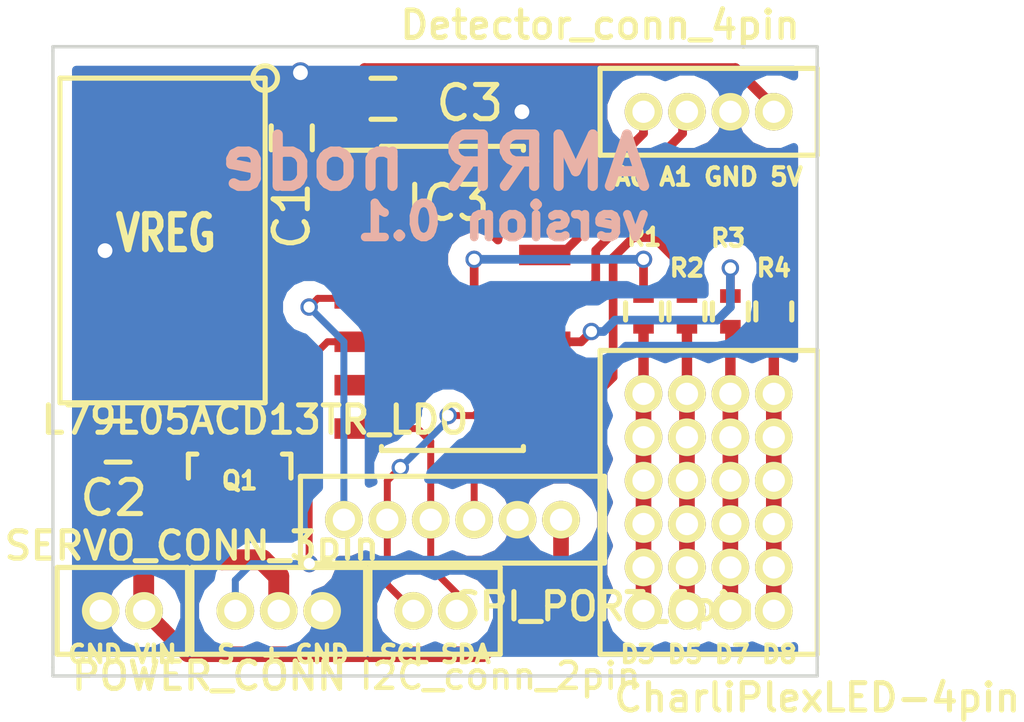
<source format=kicad_pcb>
(kicad_pcb (version 4) (host pcbnew "(2014-12-04 BZR 5312)-product")

  (general
    (links 59)
    (no_connects 18)
    (area 118.410333 27.733 148.746811 49.67)
    (thickness 1.6)
    (drawings 16)
    (tracks 130)
    (zones 0)
    (modules 16)
    (nets 22)
  )

  (page A4)
  (layers
    (0 F.Cu signal)
    (31 B.Cu signal)
    (32 B.Adhes user)
    (33 F.Adhes user)
    (34 B.Paste user)
    (35 F.Paste user)
    (36 B.SilkS user hide)
    (37 F.SilkS user)
    (38 B.Mask user)
    (39 F.Mask user)
    (40 Dwgs.User user hide)
    (41 Cmts.User user hide)
    (42 Eco1.User user hide)
    (43 Eco2.User user hide)
    (44 Edge.Cuts user)
    (45 Margin user)
    (46 B.CrtYd user)
    (47 F.CrtYd user)
    (48 B.Fab user)
    (49 F.Fab user)
  )

  (setup
    (last_trace_width 0.254)
    (user_trace_width 0.1524)
    (user_trace_width 0.2032)
    (user_trace_width 0.254)
    (user_trace_width 0.3048)
    (user_trace_width 0.4572)
    (user_trace_width 0.6096)
    (trace_clearance 0.254)
    (zone_clearance 0.508)
    (zone_45_only no)
    (trace_min 0.1524)
    (segment_width 0.2)
    (edge_width 0.1)
    (via_size 0.889)
    (via_drill 0.635)
    (via_min_size 0.508)
    (via_min_drill 0.3302)
    (user_via 0.508 0.3302)
    (user_via 0.6096 0.4318)
    (uvia_size 0.508)
    (uvia_drill 0.127)
    (uvias_allowed no)
    (uvia_min_size 0.508)
    (uvia_min_drill 0.127)
    (pcb_text_width 0.3)
    (pcb_text_size 1.5 1.5)
    (mod_edge_width 0.15)
    (mod_text_size 1 1)
    (mod_text_width 0.15)
    (pad_size 1.1 1.1)
    (pad_drill 0.65)
    (pad_to_mask_clearance 0)
    (aux_axis_origin 0 0)
    (grid_origin 126.746 41.402)
    (visible_elements 7FFEF77F)
    (pcbplotparams
      (layerselection 0x010f0_80000001)
      (usegerberextensions true)
      (excludeedgelayer true)
      (linewidth 0.100000)
      (plotframeref false)
      (viasonmask false)
      (mode 1)
      (useauxorigin false)
      (hpglpennumber 1)
      (hpglpenspeed 20)
      (hpglpendiameter 15)
      (hpglpenoverlay 2)
      (psnegative false)
      (psa4output false)
      (plotreference true)
      (plotvalue false)
      (plotinvisibletext false)
      (padsonsilk false)
      (subtractmaskfromsilk false)
      (outputformat 1)
      (mirror false)
      (drillshape 0)
      (scaleselection 1)
      (outputdirectory C:/KiCad/Projects/AMRR/Node/Gerber))
  )

  (net 0 "")
  (net 1 +5V)
  (net 2 GND)
  (net 3 SDA)
  (net 4 SCL)
  (net 5 VIN)
  (net 6 CP1)
  (net 7 CP2)
  (net 8 CP3)
  (net 9 CP4)
  (net 10 A0)
  (net 11 A1)
  (net 12 "Net-(IC1-Pad4)")
  (net 13 "Net-(IC3-Pad2)")
  (net 14 SERVO_POWER)
  (net 15 RESET)
  (net 16 SERVO_SIGNAL)
  (net 17 SERVO_POSITIVE)
  (net 18 "Net-(IC2-Pad1)")
  (net 19 "Net-(IC2-Pad2)")
  (net 20 "Net-(IC2-Pad3)")
  (net 21 "Net-(IC2-Pad4)")

  (net_class Default "This is the default net class."
    (clearance 0.254)
    (trace_width 0.254)
    (via_dia 0.889)
    (via_drill 0.635)
    (uvia_dia 0.508)
    (uvia_drill 0.127)
    (add_net +5V)
    (add_net A0)
    (add_net A1)
    (add_net CP1)
    (add_net CP2)
    (add_net CP3)
    (add_net CP4)
    (add_net GND)
    (add_net "Net-(IC1-Pad4)")
    (add_net "Net-(IC2-Pad1)")
    (add_net "Net-(IC2-Pad2)")
    (add_net "Net-(IC2-Pad3)")
    (add_net "Net-(IC2-Pad4)")
    (add_net "Net-(IC3-Pad2)")
    (add_net RESET)
    (add_net SCL)
    (add_net SDA)
    (add_net SERVO_POSITIVE)
    (add_net SERVO_POWER)
    (add_net SERVO_SIGNAL)
    (add_net VIN)
  )

  (module Capacitors_SMD:C_0603 (layer F.Cu) (tedit 5515708D) (tstamp 550C62A4)
    (at 127.127 32.258 90)
    (descr "Capacitor SMD 0603, reflow soldering, AVX (see smccp.pdf)")
    (tags "capacitor 0603")
    (path /550C4541)
    (attr smd)
    (fp_text reference C1 (at -2.286 0 90) (layer F.SilkS)
      (effects (font (size 1 1) (thickness 0.15)))
    )
    (fp_text value 0.33uF (at 0 1.9 90) (layer F.Fab)
      (effects (font (size 1 1) (thickness 0.15)))
    )
    (fp_line (start -1.45 -0.75) (end 1.45 -0.75) (layer F.CrtYd) (width 0.05))
    (fp_line (start -1.45 0.75) (end 1.45 0.75) (layer F.CrtYd) (width 0.05))
    (fp_line (start -1.45 -0.75) (end -1.45 0.75) (layer F.CrtYd) (width 0.05))
    (fp_line (start 1.45 -0.75) (end 1.45 0.75) (layer F.CrtYd) (width 0.05))
    (fp_line (start -0.35 -0.6) (end 0.35 -0.6) (layer F.SilkS) (width 0.15))
    (fp_line (start 0.35 0.6) (end -0.35 0.6) (layer F.SilkS) (width 0.15))
    (pad 1 smd rect (at -0.75 0 90) (size 0.8 0.75) (layers F.Cu F.Paste F.Mask)
      (net 1 +5V))
    (pad 2 smd rect (at 0.75 0 90) (size 0.8 0.75) (layers F.Cu F.Paste F.Mask)
      (net 2 GND))
    (model Capacitors_SMD.3dshapes/C_0603.wrl
      (at (xyz 0 0 0))
      (scale (xyz 1 1 1))
      (rotate (xyz 0 0 0))
    )
  )

  (module Capacitors_SMD:C_0603 (layer F.Cu) (tedit 551570DE) (tstamp 550C62AA)
    (at 122.047 41.148 180)
    (descr "Capacitor SMD 0603, reflow soldering, AVX (see smccp.pdf)")
    (tags "capacitor 0603")
    (path /550C4566)
    (attr smd)
    (fp_text reference C2 (at 0.127 -1.651 180) (layer F.SilkS)
      (effects (font (size 1 1) (thickness 0.15)))
    )
    (fp_text value 0.1uF (at 0 1.9 180) (layer F.Fab)
      (effects (font (size 1 1) (thickness 0.15)))
    )
    (fp_line (start -1.45 -0.75) (end 1.45 -0.75) (layer F.CrtYd) (width 0.05))
    (fp_line (start -1.45 0.75) (end 1.45 0.75) (layer F.CrtYd) (width 0.05))
    (fp_line (start -1.45 -0.75) (end -1.45 0.75) (layer F.CrtYd) (width 0.05))
    (fp_line (start 1.45 -0.75) (end 1.45 0.75) (layer F.CrtYd) (width 0.05))
    (fp_line (start -0.35 -0.6) (end 0.35 -0.6) (layer F.SilkS) (width 0.15))
    (fp_line (start 0.35 0.6) (end -0.35 0.6) (layer F.SilkS) (width 0.15))
    (pad 1 smd rect (at -0.75 0 180) (size 0.8 0.75) (layers F.Cu F.Paste F.Mask)
      (net 5 VIN))
    (pad 2 smd rect (at 0.75 0 180) (size 0.8 0.75) (layers F.Cu F.Paste F.Mask)
      (net 2 GND))
    (model Capacitors_SMD.3dshapes/C_0603.wrl
      (at (xyz 0 0 0))
      (scale (xyz 1 1 1))
      (rotate (xyz 0 0 0))
    )
  )

  (module Capacitors_SMD:C_0603 (layer F.Cu) (tedit 551570D6) (tstamp 550C62B0)
    (at 129.794 31.115)
    (descr "Capacitor SMD 0603, reflow soldering, AVX (see smccp.pdf)")
    (tags "capacitor 0603")
    (path /550B1A0D)
    (attr smd)
    (fp_text reference C3 (at 2.54 0.127) (layer F.SilkS)
      (effects (font (size 1 1) (thickness 0.15)))
    )
    (fp_text value C (at 0 1.9) (layer F.Fab)
      (effects (font (size 1 1) (thickness 0.15)))
    )
    (fp_line (start -1.45 -0.75) (end 1.45 -0.75) (layer F.CrtYd) (width 0.05))
    (fp_line (start -1.45 0.75) (end 1.45 0.75) (layer F.CrtYd) (width 0.05))
    (fp_line (start -1.45 -0.75) (end -1.45 0.75) (layer F.CrtYd) (width 0.05))
    (fp_line (start 1.45 -0.75) (end 1.45 0.75) (layer F.CrtYd) (width 0.05))
    (fp_line (start -0.35 -0.6) (end 0.35 -0.6) (layer F.SilkS) (width 0.15))
    (fp_line (start 0.35 0.6) (end -0.35 0.6) (layer F.SilkS) (width 0.15))
    (pad 1 smd rect (at -0.75 0) (size 0.8 0.75) (layers F.Cu F.Paste F.Mask)
      (net 1 +5V))
    (pad 2 smd rect (at 0.75 0) (size 0.8 0.75) (layers F.Cu F.Paste F.Mask)
      (net 2 GND))
    (model Capacitors_SMD.3dshapes/C_0603.wrl
      (at (xyz 0 0 0))
      (scale (xyz 1 1 1))
      (rotate (xyz 0 0 0))
    )
  )

  (module custom_footprints:I2C_conn_2pin (layer F.Cu) (tedit 550C5A01) (tstamp 550C62BA)
    (at 130.683 46.101 180)
    (path /550C6329)
    (fp_text reference conn1 (at -1.27 2.54 180) (layer F.SilkS) hide
      (effects (font (size 1.5 1.5) (thickness 0.15)))
    )
    (fp_text value I2C_conn_2pin (at -2.54 -1.905 180) (layer F.SilkS)
      (effects (font (size 0.762 0.762) (thickness 0.127)))
    )
    (fp_line (start -2.54 -1.27) (end -2.54 1.27) (layer F.SilkS) (width 0.15))
    (fp_line (start -2.54 1.27) (end 1.27 1.27) (layer F.SilkS) (width 0.15))
    (fp_line (start 1.27 1.27) (end 1.27 -1.27) (layer F.SilkS) (width 0.15))
    (fp_line (start 1.27 -1.27) (end -2.54 -1.27) (layer F.SilkS) (width 0.15))
    (pad 1 thru_hole circle (at -1.27 0 180) (size 1.1 1.1) (drill 0.65) (layers *.Cu *.Mask F.SilkS)
      (net 3 SDA) (solder_mask_margin 0.1778) (clearance 0.1778))
    (pad 2 thru_hole circle (at 0 0 180) (size 1.1 1.1) (drill 0.65) (layers *.Cu *.Mask F.SilkS)
      (net 4 SCL) (solder_mask_margin 0.1778) (clearance 0.1778))
  )

  (module custom_footprints:PWR_CONN_1.27mm (layer F.Cu) (tedit 550C5A87) (tstamp 550C62C4)
    (at 122.809 46.101 180)
    (path /550C63FC)
    (fp_text reference conn2 (at 0.635 3.175 180) (layer F.SilkS) hide
      (effects (font (size 1.5 1.5) (thickness 0.15)))
    )
    (fp_text value POWER_CONN (at -1.905 -1.905 180) (layer F.SilkS)
      (effects (font (size 0.8 0.8) (thickness 0.15)))
    )
    (fp_line (start -1.27 -1.27) (end -1.27 1.27) (layer F.SilkS) (width 0.15))
    (fp_line (start -1.27 1.27) (end 2.54 1.27) (layer F.SilkS) (width 0.15))
    (fp_line (start 2.54 1.27) (end 2.54 -1.27) (layer F.SilkS) (width 0.15))
    (fp_line (start 2.54 -1.27) (end -1.27 -1.27) (layer F.SilkS) (width 0.15))
    (pad 1 thru_hole circle (at 0 0 180) (size 1.1 1.1) (drill 0.65) (layers *.Cu *.Mask F.SilkS)
      (net 5 VIN))
    (pad 2 thru_hole circle (at 1.27 0 180) (size 1.1 1.1) (drill 0.65) (layers *.Cu *.Mask F.SilkS)
      (net 2 GND))
  )

  (module custom_footprints:Charliplex_LED_4pin (layer F.Cu) (tedit 550C5BB9) (tstamp 55156FCD)
    (at 139.954 39.751 180)
    (path /550C55AF)
    (fp_text reference IC2 (at 0.635 3.175 180) (layer F.SilkS) hide
      (effects (font (size 1.5 1.5) (thickness 0.15)))
    )
    (fp_text value CharliPlexLED-4pin (at -2.54 -8.89 180) (layer F.SilkS)
      (effects (font (size 0.8 0.8) (thickness 0.15)))
    )
    (fp_line (start -2.54 -7.62) (end -2.54 1.27) (layer F.SilkS) (width 0.15))
    (fp_line (start -2.54 1.27) (end 3.81 1.27) (layer F.SilkS) (width 0.15))
    (fp_line (start 3.81 1.27) (end 3.81 -7.62) (layer F.SilkS) (width 0.15))
    (fp_line (start 3.81 -7.62) (end -2.54 -7.62) (layer F.SilkS) (width 0.15))
    (pad 1 thru_hole circle (at -1.27 0 180) (size 1.1 1.1) (drill 0.65) (layers *.Cu *.Mask F.SilkS)
      (net 18 "Net-(IC2-Pad1)"))
    (pad 2 thru_hole circle (at 0 0 180) (size 1.1 1.1) (drill 0.65) (layers *.Cu *.Mask F.SilkS)
      (net 19 "Net-(IC2-Pad2)"))
    (pad 3 thru_hole circle (at 1.27 0 180) (size 1.1 1.1) (drill 0.65) (layers *.Cu *.Mask F.SilkS)
      (net 20 "Net-(IC2-Pad3)"))
    (pad 4 thru_hole circle (at 2.54 0 180) (size 1.1 1.1) (drill 0.65) (layers *.Cu *.Mask F.SilkS)
      (net 21 "Net-(IC2-Pad4)"))
    (pad 4 thru_hole circle (at 2.54 -1.27 180) (size 1.1 1.1) (drill 0.65) (layers *.Cu *.Mask F.SilkS)
      (net 21 "Net-(IC2-Pad4)"))
    (pad 4 thru_hole circle (at 2.54 -2.54 180) (size 1.1 1.1) (drill 0.65) (layers *.Cu *.Mask F.SilkS)
      (net 21 "Net-(IC2-Pad4)"))
    (pad 4 thru_hole circle (at 2.54 -3.81 180) (size 1.1 1.1) (drill 0.65) (layers *.Cu *.Mask F.SilkS)
      (net 21 "Net-(IC2-Pad4)"))
    (pad 4 thru_hole circle (at 2.54 -5.08 180) (size 1.1 1.1) (drill 0.65) (layers *.Cu *.Mask F.SilkS)
      (net 21 "Net-(IC2-Pad4)"))
    (pad 4 thru_hole circle (at 2.54 -6.35 180) (size 1.1 1.1) (drill 0.65) (layers *.Cu *.Mask F.SilkS)
      (net 21 "Net-(IC2-Pad4)"))
    (pad 3 thru_hole circle (at 1.27 -1.27 180) (size 1.1 1.1) (drill 0.65) (layers *.Cu *.Mask F.SilkS)
      (net 20 "Net-(IC2-Pad3)"))
    (pad 3 thru_hole circle (at 1.27 -2.54 180) (size 1.1 1.1) (drill 0.65) (layers *.Cu *.Mask F.SilkS)
      (net 20 "Net-(IC2-Pad3)"))
    (pad 3 thru_hole circle (at 1.27 -3.81 180) (size 1.1 1.1) (drill 0.65) (layers *.Cu *.Mask F.SilkS)
      (net 20 "Net-(IC2-Pad3)"))
    (pad 3 thru_hole circle (at 1.27 -5.08 180) (size 1.1 1.1) (drill 0.65) (layers *.Cu *.Mask F.SilkS)
      (net 20 "Net-(IC2-Pad3)"))
    (pad 3 thru_hole circle (at 1.27 -6.35 180) (size 1.1 1.1) (drill 0.65) (layers *.Cu *.Mask F.SilkS)
      (net 20 "Net-(IC2-Pad3)"))
    (pad 2 thru_hole circle (at 0 -1.27 180) (size 1.1 1.1) (drill 0.65) (layers *.Cu *.Mask F.SilkS)
      (net 19 "Net-(IC2-Pad2)"))
    (pad 2 thru_hole circle (at 0 -2.54 180) (size 1.1 1.1) (drill 0.65) (layers *.Cu *.Mask F.SilkS)
      (net 19 "Net-(IC2-Pad2)"))
    (pad 2 thru_hole circle (at 0 -3.81 180) (size 1.1 1.1) (drill 0.65) (layers *.Cu *.Mask F.SilkS)
      (net 19 "Net-(IC2-Pad2)"))
    (pad 2 thru_hole circle (at 0 -5.08 180) (size 1.1 1.1) (drill 0.65) (layers *.Cu *.Mask F.SilkS)
      (net 19 "Net-(IC2-Pad2)"))
    (pad 2 thru_hole circle (at 0 -6.35 180) (size 1.1 1.1) (drill 0.65) (layers *.Cu *.Mask F.SilkS)
      (net 19 "Net-(IC2-Pad2)"))
    (pad 1 thru_hole circle (at -1.27 -1.27 180) (size 1.1 1.1) (drill 0.65) (layers *.Cu *.Mask F.SilkS)
      (net 18 "Net-(IC2-Pad1)"))
    (pad 1 thru_hole circle (at -1.27 -2.54 180) (size 1.1 1.1) (drill 0.65) (layers *.Cu *.Mask F.SilkS)
      (net 18 "Net-(IC2-Pad1)"))
    (pad 1 thru_hole circle (at -1.27 -3.81 180) (size 1.1 1.1) (drill 0.65) (layers *.Cu *.Mask F.SilkS)
      (net 18 "Net-(IC2-Pad1)"))
    (pad 1 thru_hole circle (at -1.27 -5.08 180) (size 1.1 1.1) (drill 0.65) (layers *.Cu *.Mask F.SilkS)
      (net 18 "Net-(IC2-Pad1)"))
    (pad 1 thru_hole circle (at -1.27 -6.35 180) (size 1.1 1.1) (drill 0.65) (layers *.Cu *.Mask F.SilkS)
      (net 18 "Net-(IC2-Pad1)"))
  )

  (module custom_footprints:Detector_conn_4pin (layer F.Cu) (tedit 550C5D0A) (tstamp 550C6301)
    (at 139.319 31.496)
    (path /550CB55C)
    (fp_text reference U3 (at 0 4.445) (layer F.SilkS) hide
      (effects (font (size 1.5 1.5) (thickness 0.15)))
    )
    (fp_text value Detector_conn_4pin (at -3.175 -2.54) (layer F.SilkS)
      (effects (font (size 0.8 0.8) (thickness 0.15)))
    )
    (fp_line (start -3.175 -1.27) (end 3.175 -1.27) (layer F.SilkS) (width 0.15))
    (fp_line (start 3.175 -1.27) (end 3.175 1.27) (layer F.SilkS) (width 0.15))
    (fp_line (start 3.175 1.27) (end -3.175 1.27) (layer F.SilkS) (width 0.15))
    (fp_line (start -3.175 1.27) (end -3.175 -1.27) (layer F.SilkS) (width 0.15))
    (pad 1 thru_hole circle (at -1.905 0) (size 1.1 1.1) (drill 0.65) (layers *.Cu *.Mask F.SilkS)
      (net 10 A0))
    (pad 2 thru_hole circle (at -0.635 0) (size 1.1 1.1) (drill 0.65) (layers *.Cu *.Mask F.SilkS)
      (net 11 A1))
    (pad 3 thru_hole circle (at 0.635 0) (size 1.1 1.1) (drill 0.65) (layers *.Cu *.Mask F.SilkS)
      (net 2 GND))
    (pad 4 thru_hole circle (at 1.905 0) (size 1.1 1.1) (drill 0.65) (layers *.Cu *.Mask F.SilkS)
      (net 1 +5V))
  )

  (module custom_footprints:SO8-L79L (layer F.Cu) (tedit 550C632B) (tstamp 55157EC6)
    (at 125.349 32.512 180)
    (path /550C44D3)
    (fp_text reference IC1 (at 2.1 3.6 180) (layer F.SilkS) hide
      (effects (font (size 1 1) (thickness 0.15)))
    )
    (fp_text value L79L05ACD13TR_LDO (at -0.7 -8 180) (layer F.SilkS)
      (effects (font (size 0.8 0.8) (thickness 0.15)))
    )
    (fp_circle (center -1 2) (end -0.7 2.2) (layer F.SilkS) (width 0.15))
    (fp_line (start -1 -7.5) (end -1 2) (layer F.SilkS) (width 0.15))
    (fp_line (start -1 2) (end 5 2) (layer F.SilkS) (width 0.15))
    (fp_line (start 5 2) (end 5 -7.5) (layer F.SilkS) (width 0.15))
    (fp_line (start 5 -7.5) (end -1 -7.5) (layer F.SilkS) (width 0.15))
    (pad 3 smd rect (at 0 0 180) (size 0.6 2.7) (layers F.Cu F.Paste F.Mask)
      (net 1 +5V))
    (pad 1 smd rect (at 1.27 0 180) (size 0.6 2.7) (layers F.Cu F.Paste F.Mask)
      (net 5 VIN))
    (pad 1 smd rect (at 2.54 0 180) (size 0.6 2.7) (layers F.Cu F.Paste F.Mask)
      (net 5 VIN))
    (pad 4 smd rect (at 3.81 0 180) (size 0.6 2.7) (layers F.Cu F.Paste F.Mask)
      (net 12 "Net-(IC1-Pad4)"))
    (pad 4 smd rect (at 0 -5.3 180) (size 0.6 2.7) (layers F.Cu F.Paste F.Mask)
      (net 12 "Net-(IC1-Pad4)"))
    (pad 1 smd rect (at 1.27 -5.28 180) (size 0.6 2.7) (layers F.Cu F.Paste F.Mask)
      (net 5 VIN))
    (pad 1 smd rect (at 2.54 -5.28 180) (size 0.6 2.7) (layers F.Cu F.Paste F.Mask)
      (net 5 VIN))
    (pad 2 smd rect (at 3.81 -5.28 180) (size 0.6 2.7) (layers F.Cu F.Paste F.Mask)
      (net 2 GND))
  )

  (module Housings_SOIC:SOIC-14_3.9x8.7mm_Pitch1.27mm (layer F.Cu) (tedit 550C69C6) (tstamp 55156FEB)
    (at 131.826 36.957)
    (descr "14-Lead Plastic Small Outline (SL) - Narrow, 3.90 mm Body [SOIC] (see Microchip Packaging Specification 00000049BS.pdf)")
    (tags "SOIC 1.27")
    (path /550B19CC)
    (attr smd)
    (fp_text reference IC3 (at -0.127 -2.794) (layer F.SilkS)
      (effects (font (size 1 1) (thickness 0.15)))
    )
    (fp_text value ATTINY841-SSU (at 0 5.375) (layer F.Fab)
      (effects (font (size 1 1) (thickness 0.15)))
    )
    (fp_line (start -3.7 -4.65) (end -3.7 4.65) (layer F.CrtYd) (width 0.05))
    (fp_line (start 3.7 -4.65) (end 3.7 4.65) (layer F.CrtYd) (width 0.05))
    (fp_line (start -3.7 -4.65) (end 3.7 -4.65) (layer F.CrtYd) (width 0.05))
    (fp_line (start -3.7 4.65) (end 3.7 4.65) (layer F.CrtYd) (width 0.05))
    (fp_line (start -2.075 -4.45) (end -2.075 -4.335) (layer F.SilkS) (width 0.15))
    (fp_line (start 2.075 -4.45) (end 2.075 -4.335) (layer F.SilkS) (width 0.15))
    (fp_line (start 2.075 4.45) (end 2.075 4.335) (layer F.SilkS) (width 0.15))
    (fp_line (start -2.075 4.45) (end -2.075 4.335) (layer F.SilkS) (width 0.15))
    (fp_line (start -2.075 -4.45) (end 2.075 -4.45) (layer F.SilkS) (width 0.15))
    (fp_line (start -2.075 4.45) (end 2.075 4.45) (layer F.SilkS) (width 0.15))
    (fp_line (start -2.075 -4.335) (end -3.45 -4.335) (layer F.SilkS) (width 0.15))
    (pad 1 smd rect (at -2.7 -3.81) (size 1.5 0.6) (layers F.Cu F.Paste F.Mask)
      (net 1 +5V))
    (pad 2 smd rect (at -2.7 -2.54) (size 1.5 0.6) (layers F.Cu F.Paste F.Mask)
      (net 13 "Net-(IC3-Pad2)"))
    (pad 3 smd rect (at -2.7 -1.27) (size 1.5 0.6) (layers F.Cu F.Paste F.Mask)
      (net 14 SERVO_POWER))
    (pad 4 smd rect (at -2.7 0) (size 1.5 0.6) (layers F.Cu F.Paste F.Mask)
      (net 15 RESET))
    (pad 5 smd rect (at -2.7 1.27) (size 1.5 0.6) (layers F.Cu F.Paste F.Mask)
      (net 16 SERVO_SIGNAL))
    (pad 6 smd rect (at -2.7 2.54) (size 1.5 0.6) (layers F.Cu F.Paste F.Mask)
      (net 9 CP4))
    (pad 7 smd rect (at -2.7 3.81) (size 1.5 0.6) (layers F.Cu F.Paste F.Mask)
      (net 3 SDA))
    (pad 8 smd rect (at 2.7 3.81) (size 1.5 0.6) (layers F.Cu F.Paste F.Mask)
      (net 8 CP3))
    (pad 9 smd rect (at 2.7 2.54) (size 1.5 0.6) (layers F.Cu F.Paste F.Mask)
      (net 4 SCL))
    (pad 10 smd rect (at 2.7 1.27) (size 1.5 0.6) (layers F.Cu F.Paste F.Mask)
      (net 7 CP2))
    (pad 11 smd rect (at 2.7 0) (size 1.5 0.6) (layers F.Cu F.Paste F.Mask)
      (net 6 CP1))
    (pad 12 smd rect (at 2.7 -1.27) (size 1.5 0.6) (layers F.Cu F.Paste F.Mask)
      (net 11 A1))
    (pad 13 smd rect (at 2.7 -2.54) (size 1.5 0.6) (layers F.Cu F.Paste F.Mask)
      (net 10 A0))
    (pad 14 smd rect (at 2.7 -3.81) (size 1.5 0.6) (layers F.Cu F.Paste F.Mask)
      (net 2 GND))
    (model Housings_SOIC.3dshapes/SOIC-14_3.9x8.7mm_Pitch1.27mm.wrl
      (at (xyz 0 0 0))
      (scale (xyz 1 1 1))
      (rotate (xyz 0 0 0))
    )
  )

  (module Housings_SOT-23_SOT-143_TSOT-6:SOT-23 (layer F.Cu) (tedit 55157F82) (tstamp 550C6851)
    (at 125.603 42.164)
    (descr "SOT-23, Standard")
    (tags SOT-23)
    (path /550C6457)
    (attr smd)
    (fp_text reference Q1 (at 0 0.127) (layer F.SilkS)
      (effects (font (size 0.508 0.508) (thickness 0.127)))
    )
    (fp_text value NPN (at 0 3.81) (layer F.Fab)
      (effects (font (size 1 1) (thickness 0.15)))
    )
    (fp_line (start 1.29916 -0.65024) (end 1.2509 -0.65024) (layer F.SilkS) (width 0.15))
    (fp_line (start -1.49982 0.0508) (end -1.49982 -0.65024) (layer F.SilkS) (width 0.15))
    (fp_line (start -1.49982 -0.65024) (end -1.2509 -0.65024) (layer F.SilkS) (width 0.15))
    (fp_line (start 1.29916 -0.65024) (end 1.49982 -0.65024) (layer F.SilkS) (width 0.15))
    (fp_line (start 1.49982 -0.65024) (end 1.49982 0.0508) (layer F.SilkS) (width 0.15))
    (pad 1 smd rect (at -0.95 1.00076) (size 0.8001 0.8001) (layers F.Cu F.Paste F.Mask)
      (net 17 SERVO_POSITIVE))
    (pad 2 smd rect (at 0.95 1.00076) (size 0.8001 0.8001) (layers F.Cu F.Paste F.Mask)
      (net 14 SERVO_POWER))
    (pad 3 smd rect (at 0 -0.99822) (size 0.8001 0.8001) (layers F.Cu F.Paste F.Mask)
      (net 5 VIN))
    (model Housings_SOT-23_SOT-143_TSOT-6.3dshapes/SOT-23.wrl
      (at (xyz 0 0 0))
      (scale (xyz 1 1 1))
      (rotate (xyz 0 0 0))
    )
  )

  (module custom_footprints:SPI_PORT_6pin (layer F.Cu) (tedit 550C68A9) (tstamp 550C6FB5)
    (at 132.461 43.434 180)
    (path /550C9EBE)
    (fp_text reference U2 (at 0 3.81 180) (layer F.SilkS) hide
      (effects (font (size 1.5 1.5) (thickness 0.15)))
    )
    (fp_text value SPI_PORT_6pin (at -3.81 -2.54 180) (layer F.SilkS)
      (effects (font (size 0.8 0.8) (thickness 0.15)))
    )
    (fp_line (start 3.81 -1.27) (end 5.08 -1.27) (layer F.SilkS) (width 0.15))
    (fp_line (start 5.08 -1.27) (end 5.08 1.27) (layer F.SilkS) (width 0.15))
    (fp_line (start 5.08 1.27) (end 3.81 1.27) (layer F.SilkS) (width 0.15))
    (fp_line (start -3.81 -1.27) (end 3.81 -1.27) (layer F.SilkS) (width 0.15))
    (fp_line (start 3.81 1.27) (end -3.81 1.27) (layer F.SilkS) (width 0.15))
    (fp_line (start -3.81 1.27) (end -3.81 -1.27) (layer F.SilkS) (width 0.15))
    (pad 6 thru_hole circle (at 3.81 0 180) (size 1.1 1.1) (drill 0.65) (layers *.Cu *.Mask F.SilkS)
      (net 15 RESET))
    (pad 1 thru_hole circle (at -2.54 0 180) (size 1.1 1.1) (drill 0.65) (layers *.Cu *.Mask F.SilkS)
      (net 5 VIN))
    (pad 2 thru_hole circle (at -1.27 0 180) (size 1.1 1.1) (drill 0.65) (layers *.Cu *.Mask F.SilkS)
      (net 2 GND))
    (pad 3 thru_hole circle (at 0 0 180) (size 1.1 1.1) (drill 0.65) (layers *.Cu *.Mask F.SilkS)
      (net 8 CP3))
    (pad 4 thru_hole circle (at 1.27 0 180) (size 1.1 1.1) (drill 0.65) (layers *.Cu *.Mask F.SilkS)
      (net 3 SDA))
    (pad 5 thru_hole circle (at 2.54 0 180) (size 1.1 1.1) (drill 0.65) (layers *.Cu *.Mask F.SilkS)
      (net 4 SCL))
  )

  (module custom_footprints:SERVO_CONN_3pin_corrected (layer F.Cu) (tedit 550C6AD4) (tstamp 55156ACA)
    (at 126.746 46.101)
    (path /550C96AD)
    (fp_text reference U1 (at 0 2.54) (layer F.SilkS) hide
      (effects (font (size 1 1) (thickness 0.15)))
    )
    (fp_text value SERVO_CONN_3pin (at -2.54 -1.905) (layer F.SilkS)
      (effects (font (size 0.8 0.8) (thickness 0.15)))
    )
    (fp_line (start -2.54 -1.27) (end 2.54 -1.27) (layer F.SilkS) (width 0.15))
    (fp_line (start 2.54 -1.27) (end 2.54 1.27) (layer F.SilkS) (width 0.15))
    (fp_line (start 2.54 1.27) (end -2.54 1.27) (layer F.SilkS) (width 0.15))
    (fp_line (start -2.54 1.27) (end -2.54 -1.27) (layer F.SilkS) (width 0.15))
    (pad 1 thru_hole circle (at -1.27 0) (size 1.1 1.1) (drill 0.65) (layers *.Cu *.Mask F.SilkS)
      (net 16 SERVO_SIGNAL))
    (pad 2 thru_hole circle (at 0 0) (size 1.1 1.1) (drill 0.65) (layers *.Cu *.Mask F.SilkS)
      (net 17 SERVO_POSITIVE))
    (pad 3 thru_hole circle (at 1.27 0) (size 1.1 1.1) (drill 0.65) (layers *.Cu *.Mask F.SilkS)
      (net 2 GND))
  )

  (module Resistors_SMD:R_0402 (layer F.Cu) (tedit 552404CA) (tstamp 55230208)
    (at 137.414 37.338 90)
    (descr "Resistor SMD 0402, reflow soldering, Vishay (see dcrcw.pdf)")
    (tags "resistor 0402")
    (path /5523056D)
    (attr smd)
    (fp_text reference R1 (at 2.17424 0.02032 180) (layer F.SilkS)
      (effects (font (size 0.5 0.5) (thickness 0.125)))
    )
    (fp_text value R (at 0 1.8 90) (layer F.Fab)
      (effects (font (size 1 1) (thickness 0.15)))
    )
    (fp_line (start -0.95 -0.65) (end 0.95 -0.65) (layer F.CrtYd) (width 0.05))
    (fp_line (start -0.95 0.65) (end 0.95 0.65) (layer F.CrtYd) (width 0.05))
    (fp_line (start -0.95 -0.65) (end -0.95 0.65) (layer F.CrtYd) (width 0.05))
    (fp_line (start 0.95 -0.65) (end 0.95 0.65) (layer F.CrtYd) (width 0.05))
    (fp_line (start 0.25 -0.525) (end -0.25 -0.525) (layer F.SilkS) (width 0.15))
    (fp_line (start -0.25 0.525) (end 0.25 0.525) (layer F.SilkS) (width 0.15))
    (pad 1 smd rect (at -0.45 0 90) (size 0.4 0.6) (layers F.Cu F.Paste F.Mask)
      (net 21 "Net-(IC2-Pad4)"))
    (pad 2 smd rect (at 0.45 0 90) (size 0.4 0.6) (layers F.Cu F.Paste F.Mask)
      (net 9 CP4))
    (model Resistors_SMD.3dshapes/R_0402.wrl
      (at (xyz 0 0 0))
      (scale (xyz 1 1 1))
      (rotate (xyz 0 0 0))
    )
  )

  (module Resistors_SMD:R_0402 (layer F.Cu) (tedit 55230259) (tstamp 5523020E)
    (at 138.684 37.338 90)
    (descr "Resistor SMD 0402, reflow soldering, Vishay (see dcrcw.pdf)")
    (tags "resistor 0402")
    (path /55230590)
    (attr smd)
    (fp_text reference R2 (at 1.27 0 180) (layer F.SilkS)
      (effects (font (size 0.5 0.5) (thickness 0.125)))
    )
    (fp_text value R (at 0 1.8 90) (layer F.Fab)
      (effects (font (size 1 1) (thickness 0.15)))
    )
    (fp_line (start -0.95 -0.65) (end 0.95 -0.65) (layer F.CrtYd) (width 0.05))
    (fp_line (start -0.95 0.65) (end 0.95 0.65) (layer F.CrtYd) (width 0.05))
    (fp_line (start -0.95 -0.65) (end -0.95 0.65) (layer F.CrtYd) (width 0.05))
    (fp_line (start 0.95 -0.65) (end 0.95 0.65) (layer F.CrtYd) (width 0.05))
    (fp_line (start 0.25 -0.525) (end -0.25 -0.525) (layer F.SilkS) (width 0.15))
    (fp_line (start -0.25 0.525) (end 0.25 0.525) (layer F.SilkS) (width 0.15))
    (pad 1 smd rect (at -0.45 0 90) (size 0.4 0.6) (layers F.Cu F.Paste F.Mask)
      (net 20 "Net-(IC2-Pad3)"))
    (pad 2 smd rect (at 0.45 0 90) (size 0.4 0.6) (layers F.Cu F.Paste F.Mask)
      (net 8 CP3))
    (model Resistors_SMD.3dshapes/R_0402.wrl
      (at (xyz 0 0 0))
      (scale (xyz 1 1 1))
      (rotate (xyz 0 0 0))
    )
  )

  (module Resistors_SMD:R_0402 (layer F.Cu) (tedit 552404D1) (tstamp 55230214)
    (at 139.954 37.338 90)
    (descr "Resistor SMD 0402, reflow soldering, Vishay (see dcrcw.pdf)")
    (tags "resistor 0402")
    (path /552305A9)
    (attr smd)
    (fp_text reference R3 (at 2.14376 -0.06604 180) (layer F.SilkS)
      (effects (font (size 0.5 0.5) (thickness 0.125)))
    )
    (fp_text value R (at 0 1.8 90) (layer F.Fab)
      (effects (font (size 1 1) (thickness 0.15)))
    )
    (fp_line (start -0.95 -0.65) (end 0.95 -0.65) (layer F.CrtYd) (width 0.05))
    (fp_line (start -0.95 0.65) (end 0.95 0.65) (layer F.CrtYd) (width 0.05))
    (fp_line (start -0.95 -0.65) (end -0.95 0.65) (layer F.CrtYd) (width 0.05))
    (fp_line (start 0.95 -0.65) (end 0.95 0.65) (layer F.CrtYd) (width 0.05))
    (fp_line (start 0.25 -0.525) (end -0.25 -0.525) (layer F.SilkS) (width 0.15))
    (fp_line (start -0.25 0.525) (end 0.25 0.525) (layer F.SilkS) (width 0.15))
    (pad 1 smd rect (at -0.45 0 90) (size 0.4 0.6) (layers F.Cu F.Paste F.Mask)
      (net 19 "Net-(IC2-Pad2)"))
    (pad 2 smd rect (at 0.45 0 90) (size 0.4 0.6) (layers F.Cu F.Paste F.Mask)
      (net 7 CP2))
    (model Resistors_SMD.3dshapes/R_0402.wrl
      (at (xyz 0 0 0))
      (scale (xyz 1 1 1))
      (rotate (xyz 0 0 0))
    )
  )

  (module Resistors_SMD:R_0402 (layer F.Cu) (tedit 55230255) (tstamp 55230254)
    (at 141.224 37.338 90)
    (descr "Resistor SMD 0402, reflow soldering, Vishay (see dcrcw.pdf)")
    (tags "resistor 0402")
    (path /552305C6)
    (attr smd)
    (fp_text reference R4 (at 1.27 0 180) (layer F.SilkS)
      (effects (font (size 0.5 0.5) (thickness 0.125)))
    )
    (fp_text value R (at 0 1.8 90) (layer F.Fab)
      (effects (font (size 1 1) (thickness 0.15)))
    )
    (fp_line (start -0.95 -0.65) (end 0.95 -0.65) (layer F.CrtYd) (width 0.05))
    (fp_line (start -0.95 0.65) (end 0.95 0.65) (layer F.CrtYd) (width 0.05))
    (fp_line (start -0.95 -0.65) (end -0.95 0.65) (layer F.CrtYd) (width 0.05))
    (fp_line (start 0.95 -0.65) (end 0.95 0.65) (layer F.CrtYd) (width 0.05))
    (fp_line (start 0.25 -0.525) (end -0.25 -0.525) (layer F.SilkS) (width 0.15))
    (fp_line (start -0.25 0.525) (end 0.25 0.525) (layer F.SilkS) (width 0.15))
    (pad 1 smd rect (at -0.45 0 90) (size 0.4 0.6) (layers F.Cu F.Paste F.Mask)
      (net 18 "Net-(IC2-Pad1)"))
    (pad 2 smd rect (at 0.45 0 90) (size 0.4 0.6) (layers F.Cu F.Paste F.Mask)
      (net 6 CP1))
    (model Resistors_SMD.3dshapes/R_0402.wrl
      (at (xyz 0 0 0))
      (scale (xyz 1 1 1))
      (rotate (xyz 0 0 0))
    )
  )

  (gr_text "version 0.1" (at 133.31952 34.71164) (layer B.SilkS)
    (effects (font (size 1 1) (thickness 0.25)) (justify mirror))
  )
  (gr_text "AMRR node" (at 131.32308 32.98444) (layer B.SilkS)
    (effects (font (size 1.5 1.5) (thickness 0.3)) (justify mirror))
  )
  (gr_line (start 120.142 48.006) (end 120.142 47.752) (angle 90) (layer Edge.Cuts) (width 0.1))
  (gr_line (start 142.494 48.006) (end 120.142 48.006) (angle 90) (layer Edge.Cuts) (width 0.1))
  (gr_line (start 142.494 47.752) (end 142.494 48.006) (angle 90) (layer Edge.Cuts) (width 0.1))
  (gr_line (start 142.494 29.591) (end 142.494 29.718) (angle 90) (layer Edge.Cuts) (width 0.1))
  (gr_line (start 120.142 29.591) (end 142.494 29.591) (angle 90) (layer Edge.Cuts) (width 0.1))
  (gr_line (start 120.142 29.718) (end 120.142 29.591) (angle 90) (layer Edge.Cuts) (width 0.1))
  (gr_text "GND VIN\n" (at 122.174 47.371) (layer F.SilkS)
    (effects (font (size 0.508 0.508) (thickness 0.127)))
  )
  (gr_text "S  + GND" (at 126.873 47.371) (layer F.SilkS)
    (effects (font (size 0.508 0.508) (thickness 0.127)))
  )
  (gr_text "SCL SDA" (at 131.318 47.371) (layer F.SilkS)
    (effects (font (size 0.508 0.508) (thickness 0.127)))
  )
  (gr_text "A0 A1 GND 5V" (at 139.319 33.401) (layer F.SilkS)
    (effects (font (size 0.508 0.508) (thickness 0.127)))
  )
  (gr_text VREG (at 123.444 35.052) (layer F.SilkS)
    (effects (font (size 1.016 0.762) (thickness 0.1905)))
  )
  (gr_text "D3 D5 D7 D8" (at 139.319 47.371) (layer F.SilkS)
    (effects (font (size 0.508 0.508) (thickness 0.127)))
  )
  (gr_line (start 120.142 47.752) (end 120.142 29.718) (angle 90) (layer Edge.Cuts) (width 0.1))
  (gr_line (start 142.494 29.718) (end 142.494 47.752) (angle 90) (layer Edge.Cuts) (width 0.1))

  (segment (start 141.224 31.496) (end 141.224 31.350526) (width 0.3048) (layer F.Cu) (net 1))
  (segment (start 141.224 31.350526) (end 140.099474 30.226) (width 0.3048) (layer F.Cu) (net 1))
  (segment (start 140.099474 30.226) (end 129.2532 30.226) (width 0.3048) (layer F.Cu) (net 1))
  (segment (start 129.2532 30.226) (end 129.044 30.4352) (width 0.3048) (layer F.Cu) (net 1))
  (segment (start 129.044 30.4352) (end 129.044 31.115) (width 0.3048) (layer F.Cu) (net 1))
  (segment (start 125.349 32.512) (end 125.349 32.639) (width 0.6096) (layer F.Cu) (net 1))
  (segment (start 125.349 32.639) (end 125.718 33.008) (width 0.6096) (layer F.Cu) (net 1) (tstamp 55157F9B))
  (segment (start 125.718 33.008) (end 128.987 33.008) (width 0.6096) (layer F.Cu) (net 1) (tstamp 55157F9F))
  (segment (start 128.987 33.008) (end 129.126 33.147) (width 0.6096) (layer F.Cu) (net 1) (tstamp 55157FA0))
  (segment (start 128.987 33.008) (end 129.044 32.951) (width 0.6096) (layer F.Cu) (net 1) (tstamp 5515726D))
  (segment (start 129.044 32.951) (end 129.044 31.115) (width 0.6096) (layer F.Cu) (net 1) (tstamp 5515726F))
  (segment (start 121.539 37.792) (end 121.539 35.687) (width 0.4572) (layer F.Cu) (net 2))
  (segment (start 121.539 35.687) (end 121.666 35.56) (width 0.4572) (layer F.Cu) (net 2))
  (via (at 121.666 35.56) (size 0.6096) (drill 0.4318) (layers F.Cu B.Cu) (net 2))
  (segment (start 121.539 37.792) (end 121.539 40.906) (width 0.4572) (layer F.Cu) (net 2))
  (segment (start 121.539 40.906) (end 121.297 41.148) (width 0.4572) (layer F.Cu) (net 2) (tstamp 55159898))
  (segment (start 127.127 31.508) (end 127.127 30.607) (width 0.4572) (layer F.Cu) (net 2))
  (via (at 127.381 30.353) (size 0.6096) (drill 0.4318) (layers F.Cu B.Cu) (net 2))
  (segment (start 127.127 30.607) (end 127.381 30.353) (width 0.4572) (layer F.Cu) (net 2) (tstamp 55159874))
  (segment (start 130.544 31.115) (end 133.477 31.115) (width 0.4572) (layer F.Cu) (net 2))
  (segment (start 134.526 32.164) (end 133.858 31.496) (width 0.4572) (layer F.Cu) (net 2) (tstamp 55159844))
  (via (at 133.858 31.496) (size 0.6096) (drill 0.4318) (layers F.Cu B.Cu) (net 2))
  (segment (start 134.526 32.164) (end 134.526 33.147) (width 0.4572) (layer F.Cu) (net 2))
  (segment (start 133.477 31.115) (end 133.858 31.496) (width 0.4572) (layer F.Cu) (net 2) (tstamp 55159860))
  (segment (start 129.126 40.767) (end 130.81 40.767) (width 0.2032) (layer F.Cu) (net 3))
  (segment (start 131.191 41.148) (end 131.191 43.434) (width 0.2032) (layer F.Cu) (net 3) (tstamp 55157FE8))
  (segment (start 130.81 40.767) (end 131.191 41.148) (width 0.2032) (layer F.Cu) (net 3) (tstamp 55157FE4))
  (segment (start 131.953 46.101) (end 131.953 45.593) (width 0.2032) (layer F.Cu) (net 3))
  (segment (start 131.953 45.593) (end 131.191 44.831) (width 0.2032) (layer F.Cu) (net 3) (tstamp 55157FCC))
  (segment (start 131.191 44.831) (end 131.191 43.434) (width 0.2032) (layer F.Cu) (net 3) (tstamp 55157FCE))
  (segment (start 131.699 40.386) (end 132.461 40.386) (width 0.2032) (layer F.Cu) (net 4))
  (segment (start 132.461 40.386) (end 133.35 39.497) (width 0.2032) (layer F.Cu) (net 4))
  (segment (start 133.35 39.497) (end 134.526 39.497) (width 0.2032) (layer F.Cu) (net 4))
  (segment (start 129.921 43.434) (end 129.921 42.291) (width 0.2032) (layer F.Cu) (net 4))
  (via (at 131.699 40.386) (size 0.508) (drill 0.3302) (layers F.Cu B.Cu) (net 4))
  (segment (start 131.699 40.513) (end 131.699 40.386) (width 0.2032) (layer B.Cu) (net 4) (tstamp 55158007))
  (segment (start 130.302 41.91) (end 131.699 40.513) (width 0.2032) (layer B.Cu) (net 4) (tstamp 55158006))
  (via (at 130.302 41.91) (size 0.508) (drill 0.3302) (layers F.Cu B.Cu) (net 4))
  (segment (start 129.921 42.291) (end 130.302 41.91) (width 0.2032) (layer F.Cu) (net 4) (tstamp 55158002))
  (segment (start 129.921 43.434) (end 129.921 45.339) (width 0.2032) (layer F.Cu) (net 4))
  (segment (start 129.921 45.339) (end 130.683 46.101) (width 0.2032) (layer F.Cu) (net 4) (tstamp 55157FC4))
  (segment (start 135.001 43.434) (end 135.001 45.085) (width 0.4572) (layer F.Cu) (net 5))
  (segment (start 135.001 45.085) (end 132.715 47.371) (width 0.4572) (layer F.Cu) (net 5))
  (segment (start 132.715 47.371) (end 124.079 47.371) (width 0.4572) (layer F.Cu) (net 5))
  (segment (start 124.079 47.371) (end 123.358999 46.650999) (width 0.4572) (layer F.Cu) (net 5))
  (segment (start 123.358999 46.650999) (end 122.809 46.101) (width 0.4572) (layer F.Cu) (net 5))
  (segment (start 122.797 41.148) (end 122.797 46.089) (width 0.6096) (layer F.Cu) (net 5))
  (segment (start 122.797 46.089) (end 122.809 46.101) (width 0.6096) (layer F.Cu) (net 5) (tstamp 55159311))
  (segment (start 122.797 41.148) (end 125.58522 41.148) (width 0.6096) (layer F.Cu) (net 5))
  (segment (start 125.58522 41.148) (end 125.603 41.16578) (width 0.6096) (layer F.Cu) (net 5) (tstamp 55157FAC))
  (segment (start 122.94178 41.29278) (end 122.797 41.148) (width 0.6096) (layer F.Cu) (net 5) (tstamp 551572AC))
  (segment (start 122.797 41.148) (end 122.797 37.804) (width 0.6096) (layer F.Cu) (net 5))
  (segment (start 122.797 37.804) (end 122.809 37.792) (width 0.6096) (layer F.Cu) (net 5) (tstamp 551572A9))
  (segment (start 124.079 32.512) (end 124.079 37.792) (width 0.6096) (layer F.Cu) (net 5))
  (segment (start 124.079 37.792) (end 122.809 37.792) (width 0.6096) (layer F.Cu) (net 5))
  (segment (start 122.809 32.512) (end 124.079 32.512) (width 0.6096) (layer F.Cu) (net 5))
  (segment (start 140.334989 34.670989) (end 141.224 35.56) (width 0.254) (layer F.Cu) (net 6))
  (segment (start 141.224 35.56) (end 141.224 36.888) (width 0.254) (layer F.Cu) (net 6))
  (segment (start 134.526 36.957) (end 135.53 36.957) (width 0.254) (layer F.Cu) (net 6))
  (segment (start 135.53 36.957) (end 136.01699 36.47001) (width 0.254) (layer F.Cu) (net 6))
  (segment (start 136.01699 36.47001) (end 136.016991 35.552773) (width 0.254) (layer F.Cu) (net 6))
  (segment (start 136.016991 35.552773) (end 136.898775 34.670989) (width 0.254) (layer F.Cu) (net 6))
  (segment (start 136.898775 34.670989) (end 140.334989 34.670989) (width 0.254) (layer F.Cu) (net 6))
  (segment (start 139.954 36.068) (end 139.954 36.888) (width 0.254) (layer F.Cu) (net 7))
  (segment (start 139.573 37.592) (end 139.954 37.211) (width 0.254) (layer B.Cu) (net 7))
  (segment (start 139.954 37.211) (end 139.954 36.068) (width 0.254) (layer B.Cu) (net 7))
  (via (at 139.954 36.068) (size 0.508) (drill 0.3302) (layers F.Cu B.Cu) (net 7))
  (segment (start 136.583701 37.592) (end 139.573 37.592) (width 0.254) (layer B.Cu) (net 7))
  (segment (start 135.88999 37.926501) (end 136.2492 37.926501) (width 0.254) (layer B.Cu) (net 7))
  (segment (start 136.2492 37.926501) (end 136.583701 37.592) (width 0.254) (layer B.Cu) (net 7))
  (segment (start 134.526 38.227) (end 135.589491 38.227) (width 0.254) (layer F.Cu) (net 7))
  (segment (start 135.589491 38.227) (end 135.88999 37.926501) (width 0.254) (layer F.Cu) (net 7))
  (via (at 135.88999 37.926501) (size 0.508) (drill 0.3302) (layers F.Cu B.Cu) (net 7))
  (segment (start 138.684 36.888) (end 138.684 36.144198) (width 0.254) (layer F.Cu) (net 8))
  (segment (start 138.684 36.144198) (end 137.718801 35.178999) (width 0.254) (layer F.Cu) (net 8))
  (segment (start 137.718801 35.178999) (end 137.109199 35.178999) (width 0.254) (layer F.Cu) (net 8))
  (segment (start 137.109199 35.178999) (end 136.525 35.763198) (width 0.254) (layer F.Cu) (net 8))
  (segment (start 136.525 35.763198) (end 136.525 39.262118) (width 0.254) (layer F.Cu) (net 8))
  (segment (start 136.525 39.262118) (end 136.017 39.770118) (width 0.254) (layer F.Cu) (net 8))
  (segment (start 136.017 39.770118) (end 136.017 40.386) (width 0.254) (layer F.Cu) (net 8))
  (segment (start 135.636 40.767) (end 134.526 40.767) (width 0.254) (layer F.Cu) (net 8))
  (segment (start 136.017 40.386) (end 135.636 40.767) (width 0.254) (layer F.Cu) (net 8))
  (segment (start 134.976 40.767) (end 134.526 40.767) (width 0.3048) (layer F.Cu) (net 8))
  (segment (start 132.461 43.434) (end 132.461 41.529) (width 0.2032) (layer F.Cu) (net 8))
  (segment (start 133.223 40.767) (end 134.526 40.767) (width 0.2032) (layer F.Cu) (net 8) (tstamp 55157FDA))
  (segment (start 132.461 41.529) (end 133.223 40.767) (width 0.2032) (layer F.Cu) (net 8) (tstamp 55157FD7))
  (segment (start 137.414 35.814) (end 137.414 36.888) (width 0.254) (layer F.Cu) (net 9))
  (segment (start 132.461 35.814) (end 137.414 35.814) (width 0.254) (layer B.Cu) (net 9))
  (via (at 137.414 35.814) (size 0.508) (drill 0.3302) (layers F.Cu B.Cu) (net 9))
  (via (at 132.461 35.814) (size 0.508) (drill 0.3302) (layers F.Cu B.Cu) (net 9))
  (segment (start 132.461 36.76904) (end 132.461 35.814) (width 0.254) (layer F.Cu) (net 9))
  (segment (start 129.73304 39.497) (end 132.461 36.76904) (width 0.254) (layer F.Cu) (net 9))
  (segment (start 129.126 39.497) (end 129.73304 39.497) (width 0.254) (layer F.Cu) (net 9))
  (segment (start 134.526 34.417) (end 135.128 34.417) (width 0.254) (layer F.Cu) (net 10))
  (segment (start 135.128 34.417) (end 137.414 32.131) (width 0.254) (layer F.Cu) (net 10))
  (segment (start 137.414 32.131) (end 137.414 31.496) (width 0.254) (layer F.Cu) (net 10))
  (segment (start 134.526 35.687) (end 135.001 35.687) (width 0.254) (layer F.Cu) (net 11))
  (segment (start 135.001 35.687) (end 138.557 32.131) (width 0.254) (layer F.Cu) (net 11))
  (segment (start 138.557 32.131) (end 138.557 31.623) (width 0.254) (layer F.Cu) (net 11))
  (segment (start 138.557 31.623) (end 138.684 31.496) (width 0.254) (layer F.Cu) (net 11))
  (segment (start 129.126 35.687) (end 126.873 35.687) (width 0.2032) (layer F.Cu) (net 14))
  (segment (start 126.873 35.687) (end 126.553 36.007) (width 0.2032) (layer F.Cu) (net 14))
  (segment (start 126.553 36.007) (end 126.553 43.16476) (width 0.2032) (layer F.Cu) (net 14))
  (segment (start 127.635 37.211) (end 128.651 38.227) (width 0.2032) (layer B.Cu) (net 15))
  (segment (start 128.651 38.227) (end 128.651 43.434) (width 0.2032) (layer B.Cu) (net 15))
  (segment (start 129.126 36.957) (end 127.889 36.957) (width 0.2032) (layer F.Cu) (net 15))
  (segment (start 127.889 36.957) (end 127.635 37.211) (width 0.2032) (layer F.Cu) (net 15))
  (via (at 127.635 37.211) (size 0.508) (drill 0.3302) (layers F.Cu B.Cu) (net 15))
  (segment (start 129.126 38.227) (end 128.1728 38.227) (width 0.2032) (layer F.Cu) (net 16))
  (segment (start 128.1728 38.227) (end 127.635 38.7648) (width 0.2032) (layer F.Cu) (net 16))
  (segment (start 127.635 38.7648) (end 127.635 44.434183) (width 0.2032) (layer F.Cu) (net 16))
  (via (at 127.64008 44.71924) (size 0.508) (drill 0.3302) (layers F.Cu B.Cu) (net 16))
  (segment (start 127.635 44.71416) (end 127.64008 44.71924) (width 0.2032) (layer F.Cu) (net 16))
  (segment (start 127.635 44.434183) (end 127.635 44.71416) (width 0.2032) (layer F.Cu) (net 16))
  (segment (start 127.64008 44.71924) (end 125.9586 44.71924) (width 0.2032) (layer B.Cu) (net 16))
  (segment (start 125.476 45.20184) (end 125.476 46.101) (width 0.2032) (layer B.Cu) (net 16))
  (segment (start 125.9586 44.71924) (end 125.476 45.20184) (width 0.2032) (layer B.Cu) (net 16))
  (segment (start 124.653 44.17441) (end 125.08607 44.60748) (width 0.6096) (layer F.Cu) (net 17))
  (segment (start 124.653 43.16476) (end 124.653 44.17441) (width 0.6096) (layer F.Cu) (net 17))
  (segment (start 125.08607 44.60748) (end 126.2634 44.60748) (width 0.6096) (layer F.Cu) (net 17))
  (segment (start 126.746 45.09008) (end 126.746 46.101) (width 0.6096) (layer F.Cu) (net 17))
  (segment (start 126.2634 44.60748) (end 126.746 45.09008) (width 0.6096) (layer F.Cu) (net 17))
  (segment (start 141.224 37.788) (end 141.224 39.751) (width 0.3048) (layer F.Cu) (net 18))
  (segment (start 141.224 39.751) (end 141.224 46.101) (width 0.4572) (layer F.Cu) (net 18))
  (segment (start 139.954 37.788) (end 139.954 39.751) (width 0.3048) (layer F.Cu) (net 19))
  (segment (start 139.954 39.751) (end 139.954 46.101) (width 0.4572) (layer F.Cu) (net 19))
  (segment (start 138.684 37.788) (end 138.684 39.751) (width 0.3048) (layer F.Cu) (net 20))
  (segment (start 138.684 39.751) (end 138.684 46.101) (width 0.4572) (layer F.Cu) (net 20))
  (segment (start 137.414 37.788) (end 137.414 39.751) (width 0.3048) (layer F.Cu) (net 21))
  (segment (start 137.414 39.751) (end 137.414 46.101) (width 0.4572) (layer F.Cu) (net 21))

  (zone (net 2) (net_name GND) (layer B.Cu) (tstamp 551598E6) (hatch edge 0.508)
    (connect_pads yes (clearance 0.508))
    (min_thickness 0.254)
    (fill yes (arc_segments 16) (thermal_gap 0.508) (thermal_bridge_width 0.508))
    (polygon
      (pts
        (xy 120.396 29.972) (xy 142.24 29.972) (xy 142.24 47.498) (xy 120.396 47.498)
      )
    )
    (filled_polygon
      (pts
        (xy 141.809 47.321) (xy 136.186206 47.321) (xy 136.186206 43.199323) (xy 136.00618 42.763628) (xy 135.673125 42.429991)
        (xy 135.237745 42.249206) (xy 134.766323 42.248794) (xy 134.330628 42.42882) (xy 133.996991 42.761875) (xy 133.816206 43.197255)
        (xy 133.815794 43.668677) (xy 133.99582 44.104372) (xy 134.328875 44.438009) (xy 134.764255 44.618794) (xy 135.235677 44.619206)
        (xy 135.671372 44.43918) (xy 136.005009 44.106125) (xy 136.185794 43.670745) (xy 136.186206 43.199323) (xy 136.186206 47.321)
        (xy 133.646206 47.321) (xy 133.646206 43.199323) (xy 133.46618 42.763628) (xy 133.133125 42.429991) (xy 132.697745 42.249206)
        (xy 132.226323 42.248794) (xy 131.825552 42.414389) (xy 131.427745 42.249206) (xy 131.123855 42.24894) (xy 131.190846 42.087609)
        (xy 131.190867 42.062842) (xy 132.051433 41.202276) (xy 132.20192 41.140097) (xy 132.452218 40.890236) (xy 132.587846 40.563609)
        (xy 132.588154 40.209943) (xy 132.453097 39.88308) (xy 132.203236 39.632782) (xy 131.876609 39.497154) (xy 131.522943 39.496846)
        (xy 131.19608 39.631903) (xy 130.945782 39.881764) (xy 130.810154 40.208391) (xy 130.810021 40.360268) (xy 130.149423 41.020866)
        (xy 130.125943 41.020846) (xy 129.79908 41.155903) (xy 129.548782 41.405764) (xy 129.413154 41.732391) (xy 129.412846 42.086057)
        (xy 129.510162 42.321582) (xy 129.3876 42.372224) (xy 129.3876 38.227) (xy 129.33153 37.945115) (xy 129.171855 37.706145)
        (xy 128.524133 37.058423) (xy 128.524154 37.034943) (xy 128.389097 36.70808) (xy 128.139236 36.457782) (xy 127.812609 36.322154)
        (xy 127.458943 36.321846) (xy 127.13208 36.456903) (xy 126.881782 36.706764) (xy 126.746154 37.033391) (xy 126.745846 37.387057)
        (xy 126.880903 37.71392) (xy 127.130764 37.964218) (xy 127.457391 38.099846) (xy 127.482157 38.099867) (xy 127.9144 38.53211)
        (xy 127.9144 42.494932) (xy 127.646991 42.761875) (xy 127.466206 43.197255) (xy 127.465794 43.668677) (xy 127.532511 43.830145)
        (xy 127.464023 43.830086) (xy 127.13716 43.965143) (xy 127.119632 43.98264) (xy 125.9586 43.98264) (xy 125.676715 44.03871)
        (xy 125.437745 44.198385) (xy 124.955145 44.680985) (xy 124.79547 44.919955) (xy 124.749304 45.152044) (xy 124.471991 45.428875)
        (xy 124.291206 45.864255) (xy 124.290794 46.335677) (xy 124.47082 46.771372) (xy 124.803875 47.105009) (xy 125.239255 47.285794)
        (xy 125.710677 47.286206) (xy 126.111447 47.12061) (xy 126.509255 47.285794) (xy 126.980677 47.286206) (xy 127.416372 47.10618)
        (xy 127.750009 46.773125) (xy 127.930794 46.337745) (xy 127.931206 45.866323) (xy 127.823392 45.605395) (xy 128.143 45.473337)
        (xy 128.393298 45.223476) (xy 128.528926 44.896849) (xy 128.529168 44.618894) (xy 128.885677 44.619206) (xy 129.286447 44.45361)
        (xy 129.684255 44.618794) (xy 130.155677 44.619206) (xy 130.556447 44.45361) (xy 130.954255 44.618794) (xy 131.425677 44.619206)
        (xy 131.826447 44.45361) (xy 132.224255 44.618794) (xy 132.695677 44.619206) (xy 133.131372 44.43918) (xy 133.465009 44.106125)
        (xy 133.645794 43.670745) (xy 133.646206 43.199323) (xy 133.646206 47.321) (xy 133.138206 47.321) (xy 133.138206 45.866323)
        (xy 132.95818 45.430628) (xy 132.625125 45.096991) (xy 132.189745 44.916206) (xy 131.718323 44.915794) (xy 131.317552 45.081389)
        (xy 130.919745 44.916206) (xy 130.448323 44.915794) (xy 130.012628 45.09582) (xy 129.678991 45.428875) (xy 129.498206 45.864255)
        (xy 129.497794 46.335677) (xy 129.67782 46.771372) (xy 130.010875 47.105009) (xy 130.446255 47.285794) (xy 130.917677 47.286206)
        (xy 131.318447 47.12061) (xy 131.716255 47.285794) (xy 132.187677 47.286206) (xy 132.623372 47.10618) (xy 132.957009 46.773125)
        (xy 133.137794 46.337745) (xy 133.138206 45.866323) (xy 133.138206 47.321) (xy 123.994206 47.321) (xy 123.994206 45.866323)
        (xy 123.81418 45.430628) (xy 123.481125 45.096991) (xy 123.045745 44.916206) (xy 122.574323 44.915794) (xy 122.138628 45.09582)
        (xy 121.804991 45.428875) (xy 121.624206 45.864255) (xy 121.623794 46.335677) (xy 121.80382 46.771372) (xy 122.136875 47.105009)
        (xy 122.572255 47.285794) (xy 123.043677 47.286206) (xy 123.479372 47.10618) (xy 123.813009 46.773125) (xy 123.993794 46.337745)
        (xy 123.994206 45.866323) (xy 123.994206 47.321) (xy 120.827 47.321) (xy 120.827 30.276) (xy 141.809 30.276)
        (xy 141.809 30.455813) (xy 141.460745 30.311206) (xy 140.989323 30.310794) (xy 140.553628 30.49082) (xy 140.219991 30.823875)
        (xy 140.039206 31.259255) (xy 140.038794 31.730677) (xy 140.21882 32.166372) (xy 140.551875 32.500009) (xy 140.987255 32.680794)
        (xy 141.458677 32.681206) (xy 141.809 32.536455) (xy 141.809 38.710813) (xy 141.460745 38.566206) (xy 140.989323 38.565794)
        (xy 140.843154 38.626189) (xy 140.843154 35.891943) (xy 140.708097 35.56508) (xy 140.458236 35.314782) (xy 140.131609 35.179154)
        (xy 139.869206 35.178925) (xy 139.869206 31.261323) (xy 139.68918 30.825628) (xy 139.356125 30.491991) (xy 138.920745 30.311206)
        (xy 138.449323 30.310794) (xy 138.048552 30.476389) (xy 137.650745 30.311206) (xy 137.179323 30.310794) (xy 136.743628 30.49082)
        (xy 136.409991 30.823875) (xy 136.229206 31.259255) (xy 136.228794 31.730677) (xy 136.40882 32.166372) (xy 136.741875 32.500009)
        (xy 137.177255 32.680794) (xy 137.648677 32.681206) (xy 138.049447 32.51561) (xy 138.447255 32.680794) (xy 138.918677 32.681206)
        (xy 139.354372 32.50118) (xy 139.688009 32.168125) (xy 139.868794 31.732745) (xy 139.869206 31.261323) (xy 139.869206 35.178925)
        (xy 139.777943 35.178846) (xy 139.45108 35.313903) (xy 139.200782 35.563764) (xy 139.065154 35.890391) (xy 139.064846 36.244057)
        (xy 139.192 36.551793) (xy 139.192 36.83) (xy 138.303154 36.83) (xy 138.303154 35.637943) (xy 138.168097 35.31108)
        (xy 137.918236 35.060782) (xy 137.591609 34.925154) (xy 137.237943 34.924846) (xy 136.930206 35.052) (xy 132.944086 35.052)
        (xy 132.638609 34.925154) (xy 132.284943 34.924846) (xy 131.95808 35.059903) (xy 131.707782 35.309764) (xy 131.572154 35.636391)
        (xy 131.571846 35.990057) (xy 131.706903 36.31692) (xy 131.956764 36.567218) (xy 132.283391 36.702846) (xy 132.637057 36.703154)
        (xy 132.944793 36.576) (xy 136.930913 36.576) (xy 137.236391 36.702846) (xy 137.590057 36.703154) (xy 137.91692 36.568097)
        (xy 138.167218 36.318236) (xy 138.302846 35.991609) (xy 138.303154 35.637943) (xy 138.303154 36.83) (xy 136.583701 36.83)
        (xy 136.292096 36.888004) (xy 136.067925 37.03779) (xy 136.067599 37.037655) (xy 135.713933 37.037347) (xy 135.38707 37.172404)
        (xy 135.136772 37.422265) (xy 135.001144 37.748892) (xy 135.000836 38.102558) (xy 135.135893 38.429421) (xy 135.385754 38.679719)
        (xy 135.712381 38.815347) (xy 136.066047 38.815655) (xy 136.39291 38.680598) (xy 136.418784 38.654768) (xy 136.540804 38.630497)
        (xy 136.540805 38.630497) (xy 136.788015 38.465316) (xy 136.899331 38.354) (xy 139.573 38.354) (xy 139.573 38.353999)
        (xy 139.864604 38.295996) (xy 139.864605 38.295996) (xy 140.111815 38.130815) (xy 140.492815 37.749816) (xy 140.492815 37.749815)
        (xy 140.657996 37.502605) (xy 140.715999 37.211) (xy 140.716 37.211) (xy 140.716 36.551086) (xy 140.842846 36.245609)
        (xy 140.843154 35.891943) (xy 140.843154 38.626189) (xy 140.588552 38.731389) (xy 140.190745 38.566206) (xy 139.719323 38.565794)
        (xy 139.318552 38.731389) (xy 138.920745 38.566206) (xy 138.449323 38.565794) (xy 138.048552 38.731389) (xy 137.650745 38.566206)
        (xy 137.179323 38.565794) (xy 136.743628 38.74582) (xy 136.409991 39.078875) (xy 136.229206 39.514255) (xy 136.228794 39.985677)
        (xy 136.394389 40.386447) (xy 136.229206 40.784255) (xy 136.228794 41.255677) (xy 136.394389 41.656447) (xy 136.229206 42.054255)
        (xy 136.228794 42.525677) (xy 136.394389 42.926447) (xy 136.229206 43.324255) (xy 136.228794 43.795677) (xy 136.394389 44.196447)
        (xy 136.229206 44.594255) (xy 136.228794 45.065677) (xy 136.394389 45.466447) (xy 136.229206 45.864255) (xy 136.228794 46.335677)
        (xy 136.40882 46.771372) (xy 136.741875 47.105009) (xy 137.177255 47.285794) (xy 137.648677 47.286206) (xy 138.049447 47.12061)
        (xy 138.447255 47.285794) (xy 138.918677 47.286206) (xy 139.319447 47.12061) (xy 139.717255 47.285794) (xy 140.188677 47.286206)
        (xy 140.589447 47.12061) (xy 140.987255 47.285794) (xy 141.458677 47.286206) (xy 141.809 47.141455) (xy 141.809 47.321)
      )
    )
  )
  (zone (net 5) (net_name VIN) (layer F.Cu) (tstamp 5515998B) (hatch edge 0.508)
    (connect_pads yes (clearance 0.508))
    (min_thickness 0.254)
    (fill yes (arc_segments 16) (thermal_gap 0.508) (thermal_bridge_width 0.508))
    (polygon
      (pts
        (xy 122.682 41.148) (xy 124.206 41.148) (xy 124.206 31.496) (xy 122.682 31.496)
      )
    )
    (filled_polygon
      (pts
        (xy 124.079 41.021) (xy 122.809 41.021) (xy 122.809 31.623) (xy 124.079 31.623) (xy 124.079 41.021)
      )
    )
  )
  (zone (net 2) (net_name GND) (layer F.Cu) (tstamp 551599DF) (hatch edge 0.508)
    (connect_pads yes (clearance 0.508))
    (min_thickness 0.254)
    (fill yes (arc_segments 16) (thermal_gap 0.508) (thermal_bridge_width 0.508))
    (polygon
      (pts
        (xy 125.476 30.48) (xy 125.476 41.91) (xy 121.412 41.91) (xy 121.412 46.482) (xy 141.478 46.736)
        (xy 141.478 30.734) (xy 141.478 30.48)
      )
    )
    (filled_polygon
      (pts
        (xy 121.8572 45.376757) (xy 121.804991 45.428875) (xy 121.624206 45.864255) (xy 121.623794 46.335677) (xy 121.632929 46.357785)
        (xy 121.539 46.356597) (xy 121.539 42.037) (xy 121.8572 42.037) (xy 121.8572 45.376757)
      )
    )
    (filled_polygon
      (pts
        (xy 128.1042 32.0682) (xy 127.836937 32.0682) (xy 127.75164 32.010623) (xy 127.502 31.96056) (xy 126.752 31.96056)
        (xy 126.509877 32.007537) (xy 126.417528 32.0682) (xy 126.29644 32.0682) (xy 126.29644 31.162) (xy 126.249463 30.919877)
        (xy 126.109673 30.707073) (xy 125.961419 30.607) (xy 128.023231 30.607) (xy 127.99656 30.74) (xy 127.99656 31.49)
        (xy 128.043537 31.732123) (xy 128.1042 31.824471) (xy 128.1042 32.0682)
      )
    )
    (filled_polygon
      (pts
        (xy 129.548329 46.45798) (xy 127.889586 46.436984) (xy 127.930794 46.337745) (xy 127.931206 45.866323) (xy 127.823392 45.605395)
        (xy 128.143 45.473337) (xy 128.393298 45.223476) (xy 128.528926 44.896849) (xy 128.529168 44.618894) (xy 128.885677 44.619206)
        (xy 129.1844 44.495775) (xy 129.1844 45.339) (xy 129.24047 45.620885) (xy 129.400145 45.859855) (xy 129.498124 45.957834)
        (xy 129.497794 46.335677) (xy 129.548329 46.45798)
      )
    )
    (filled_polygon
      (pts
        (xy 136.377294 32.090074) (xy 134.997809 33.46956) (xy 133.776 33.46956) (xy 133.533877 33.516537) (xy 133.321073 33.656327)
        (xy 133.178623 33.86736) (xy 133.12856 34.117) (xy 133.12856 34.717) (xy 133.175537 34.959123) (xy 133.236396 35.05177)
        (xy 133.178623 35.13736) (xy 133.155714 35.251593) (xy 132.965236 35.060782) (xy 132.638609 34.925154) (xy 132.284943 34.924846)
        (xy 131.95808 35.059903) (xy 131.707782 35.309764) (xy 131.572154 35.636391) (xy 131.571846 35.990057) (xy 131.699 36.297793)
        (xy 131.699 36.45341) (xy 130.472922 37.679487) (xy 130.415603 37.592229) (xy 130.473377 37.50664) (xy 130.52344 37.257)
        (xy 130.52344 36.657) (xy 130.476463 36.414877) (xy 130.415603 36.322229) (xy 130.473377 36.23664) (xy 130.52344 35.987)
        (xy 130.52344 35.387) (xy 130.476463 35.144877) (xy 130.415603 35.052229) (xy 130.473377 34.96664) (xy 130.52344 34.717)
        (xy 130.52344 34.117) (xy 130.476463 33.874877) (xy 130.415603 33.782229) (xy 130.473377 33.69664) (xy 130.52344 33.447)
        (xy 130.52344 32.847) (xy 130.476463 32.604877) (xy 130.336673 32.392073) (xy 130.12564 32.249623) (xy 129.9838 32.221178)
        (xy 129.9838 31.824937) (xy 130.041377 31.73964) (xy 130.09144 31.49) (xy 130.09144 31.0134) (xy 136.331293 31.0134)
        (xy 136.229206 31.259255) (xy 136.228794 31.730677) (xy 136.377294 32.090074)
      )
    )
    (filled_polygon
      (pts
        (xy 136.394389 45.466447) (xy 136.229206 45.864255) (xy 136.228794 46.335677) (xy 136.314719 46.543631) (xy 134.783071 46.524243)
        (xy 135.611657 45.695658) (xy 135.611657 45.695657) (xy 135.798862 45.415486) (xy 135.798862 45.415485) (xy 135.809768 45.360654)
        (xy 135.864599 45.085) (xy 135.8646 45.085) (xy 135.8646 44.246289) (xy 136.005009 44.106125) (xy 136.185794 43.670745)
        (xy 136.186206 43.199323) (xy 136.00618 42.763628) (xy 135.673125 42.429991) (xy 135.237745 42.249206) (xy 134.766323 42.248794)
        (xy 134.330628 42.42882) (xy 133.996991 42.761875) (xy 133.816206 43.197255) (xy 133.815794 43.668677) (xy 133.99582 44.104372)
        (xy 134.1374 44.246199) (xy 134.1374 44.727285) (xy 133.097318 45.767367) (xy 132.95818 45.430628) (xy 132.625125 45.096991)
        (xy 132.408928 45.007218) (xy 131.9276 44.52589) (xy 131.9276 44.495612) (xy 132.224255 44.618794) (xy 132.695677 44.619206)
        (xy 133.131372 44.43918) (xy 133.465009 44.106125) (xy 133.645794 43.670745) (xy 133.646206 43.199323) (xy 133.46618 42.763628)
        (xy 133.1976 42.494578) (xy 133.1976 41.83411) (xy 133.431419 41.60029) (xy 133.52636 41.664377) (xy 133.776 41.71444)
        (xy 135.276 41.71444) (xy 135.518123 41.667463) (xy 135.730927 41.527673) (xy 135.744614 41.507395) (xy 135.744615 41.507394)
        (xy 135.927604 41.470996) (xy 135.927605 41.470996) (xy 136.174815 41.305815) (xy 136.228797 41.251832) (xy 136.228794 41.255677)
        (xy 136.394389 41.656447) (xy 136.229206 42.054255) (xy 136.228794 42.525677) (xy 136.394389 42.926447) (xy 136.229206 43.324255)
        (xy 136.228794 43.795677) (xy 136.394389 44.196447) (xy 136.229206 44.594255) (xy 136.228794 45.065677) (xy 136.394389 45.466447)
      )
    )
    (filled_polygon
      (pts
        (xy 141.351 34.609369) (xy 140.873804 34.132174) (xy 140.626594 33.966993) (xy 140.334989 33.908989) (xy 137.856641 33.908989)
        (xy 139.095815 32.669816) (xy 139.095815 32.669815) (xy 139.152858 32.584444) (xy 139.152858 32.584443) (xy 139.354372 32.50118)
        (xy 139.688009 32.168125) (xy 139.868794 31.732745) (xy 139.869206 31.261323) (xy 139.766766 31.0134) (xy 139.773322 31.0134)
        (xy 140.039188 31.279266) (xy 140.038794 31.730677) (xy 140.21882 32.166372) (xy 140.551875 32.500009) (xy 140.987255 32.680794)
        (xy 141.351 32.681111) (xy 141.351 34.609369)
      )
    )
  )
)

</source>
